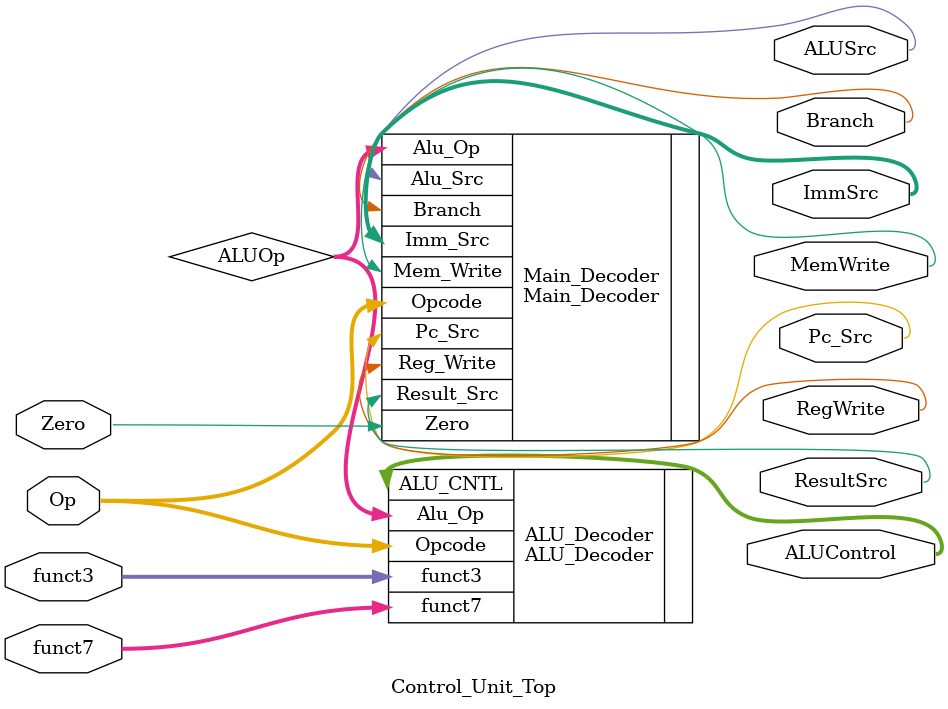
<source format=v>
`include "ALU_Decoder.v"
`include "Main_Decoder.v"

module Control_Unit_Top(Op,RegWrite,ImmSrc,ALUSrc,MemWrite,ResultSrc,Branch,funct3,funct7,ALUControl,Zero,Pc_Src);

    input [6:0]Op,funct7;
    input [2:0]funct3;
    output RegWrite,ALUSrc,MemWrite,ResultSrc,Branch,Pc_Src;
    output [1:0]ImmSrc;
    input Zero;
    output [2:0]ALUControl;

    wire [1:0]ALUOp;

    Main_Decoder Main_Decoder(
                .Opcode(Op),
                .Reg_Write(RegWrite),
                .Imm_Src(ImmSrc),
                .Mem_Write(MemWrite),
                .Result_Src(ResultSrc),
                .Branch(Branch),
                .Alu_Src(ALUSrc),
                .Alu_Op(ALUOp),
                .Zero(Zero),
                .Pc_Src(Pc_Src)
    );
    ALU_Decoder ALU_Decoder(
                            .Alu_Op(ALUOp),
                            .funct3(funct3),
                            .funct7(funct7),
                            .Opcode(Op),
                            .ALU_CNTL(ALUControl)
    );


endmodule
</source>
